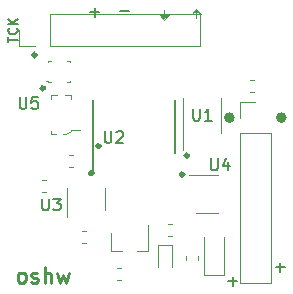
<source format=gbr>
%TF.GenerationSoftware,KiCad,Pcbnew,(5.1.6)-1*%
%TF.CreationDate,2021-08-06T10:58:56-04:00*%
%TF.ProjectId,RemoteTemp - MSP430 - RS422,52656d6f-7465-4546-956d-70202d204d53,rev?*%
%TF.SameCoordinates,Original*%
%TF.FileFunction,Legend,Top*%
%TF.FilePolarity,Positive*%
%FSLAX46Y46*%
G04 Gerber Fmt 4.6, Leading zero omitted, Abs format (unit mm)*
G04 Created by KiCad (PCBNEW (5.1.6)-1) date 2021-08-06 10:58:56*
%MOMM*%
%LPD*%
G01*
G04 APERTURE LIST*
%ADD10C,0.500000*%
%ADD11C,0.300000*%
%ADD12C,0.180000*%
%ADD13C,0.280000*%
%ADD14C,0.120000*%
%ADD15C,0.100000*%
%ADD16C,0.150000*%
G04 APERTURE END LIST*
D10*
X151300000Y-92400000D02*
G75*
G03*
X151300000Y-92400000I-200000J0D01*
G01*
X155700000Y-92400000D02*
G75*
G03*
X155700000Y-92400000I-200000J0D01*
G01*
D11*
X135441421Y-89900000D02*
G75*
G03*
X135441421Y-89900000I-141421J0D01*
G01*
X139541421Y-97100000D02*
G75*
G03*
X139541421Y-97100000I-141421J0D01*
G01*
X140141421Y-94800000D02*
G75*
G03*
X140141421Y-94800000I-141421J0D01*
G01*
X147641421Y-95600000D02*
G75*
G03*
X147641421Y-95600000I-141421J0D01*
G01*
D12*
X151019047Y-106271428D02*
X151780952Y-106271428D01*
X151400000Y-106652380D02*
X151400000Y-105890476D01*
D13*
X133411904Y-106388095D02*
X133288095Y-106326190D01*
X133226190Y-106264285D01*
X133164285Y-106140476D01*
X133164285Y-105769047D01*
X133226190Y-105645238D01*
X133288095Y-105583333D01*
X133411904Y-105521428D01*
X133597619Y-105521428D01*
X133721428Y-105583333D01*
X133783333Y-105645238D01*
X133845238Y-105769047D01*
X133845238Y-106140476D01*
X133783333Y-106264285D01*
X133721428Y-106326190D01*
X133597619Y-106388095D01*
X133411904Y-106388095D01*
X134340476Y-106326190D02*
X134464285Y-106388095D01*
X134711904Y-106388095D01*
X134835714Y-106326190D01*
X134897619Y-106202380D01*
X134897619Y-106140476D01*
X134835714Y-106016666D01*
X134711904Y-105954761D01*
X134526190Y-105954761D01*
X134402380Y-105892857D01*
X134340476Y-105769047D01*
X134340476Y-105707142D01*
X134402380Y-105583333D01*
X134526190Y-105521428D01*
X134711904Y-105521428D01*
X134835714Y-105583333D01*
X135454761Y-106388095D02*
X135454761Y-105088095D01*
X136011904Y-106388095D02*
X136011904Y-105707142D01*
X135950000Y-105583333D01*
X135826190Y-105521428D01*
X135640476Y-105521428D01*
X135516666Y-105583333D01*
X135454761Y-105645238D01*
X136507142Y-105521428D02*
X136754761Y-106388095D01*
X137002380Y-105769047D01*
X137250000Y-106388095D01*
X137497619Y-105521428D01*
D11*
X147241421Y-97200000D02*
G75*
G03*
X147241421Y-97200000I-141421J0D01*
G01*
D14*
X145600000Y-83900000D02*
X145700000Y-83800000D01*
X145500000Y-83800000D02*
X145600000Y-83900000D01*
X145600000Y-84000000D02*
X145500000Y-83800000D01*
X145800000Y-83800000D02*
X145600000Y-84000000D01*
X145200000Y-83700000D02*
X145800000Y-83800000D01*
X145200000Y-83700000D02*
X145600000Y-84100000D01*
X145600000Y-83700000D02*
X145600000Y-83300000D01*
X146000000Y-83700000D02*
X145600000Y-84100000D01*
X145300000Y-83700000D02*
X146000000Y-83700000D01*
X145600000Y-84100000D02*
X145300000Y-83700000D01*
X148100000Y-83500000D02*
X148200000Y-83400000D01*
X148500000Y-83500000D02*
X148100000Y-83500000D01*
X148400000Y-83500000D02*
X148500000Y-83500000D01*
X148400000Y-83400000D02*
X148400000Y-83500000D01*
X148700000Y-83600000D02*
X148300000Y-83200000D01*
X148600000Y-83600000D02*
X148700000Y-83600000D01*
X148600000Y-83600000D02*
X148300000Y-83200000D01*
X147900000Y-83600000D02*
X148600000Y-83600000D01*
X148300000Y-83200000D02*
X147900000Y-83600000D01*
X148300000Y-84000000D02*
X148300000Y-83200000D01*
D12*
X155019047Y-105071428D02*
X155780952Y-105071428D01*
X155400000Y-105452380D02*
X155400000Y-104690476D01*
X141819047Y-83371428D02*
X142580952Y-83371428D01*
X139319047Y-83471428D02*
X140080952Y-83471428D01*
X139700000Y-83852380D02*
X139700000Y-83090476D01*
X132361904Y-86028571D02*
X132361904Y-85571428D01*
X133161904Y-85800000D02*
X132361904Y-85800000D01*
X133085714Y-84847619D02*
X133123809Y-84885714D01*
X133161904Y-85000000D01*
X133161904Y-85076190D01*
X133123809Y-85190476D01*
X133047619Y-85266666D01*
X132971428Y-85304761D01*
X132819047Y-85342857D01*
X132704761Y-85342857D01*
X132552380Y-85304761D01*
X132476190Y-85266666D01*
X132400000Y-85190476D01*
X132361904Y-85076190D01*
X132361904Y-85000000D01*
X132400000Y-84885714D01*
X132438095Y-84847619D01*
X133161904Y-84504761D02*
X132361904Y-84504761D01*
X133161904Y-84047619D02*
X132704761Y-84390476D01*
X132361904Y-84047619D02*
X132819047Y-84504761D01*
D11*
X134741421Y-87100000D02*
G75*
G03*
X134741421Y-87100000I-141421J0D01*
G01*
D14*
%TO.C,C5*%
X138624721Y-102040000D02*
X138950279Y-102040000D01*
X138624721Y-103060000D02*
X138950279Y-103060000D01*
%TO.C,C6*%
X135575279Y-98710000D02*
X135249721Y-98710000D01*
X135575279Y-97690000D02*
X135249721Y-97690000D01*
%TO.C,C8*%
X152824721Y-90210000D02*
X153150279Y-90210000D01*
X152824721Y-89190000D02*
X153150279Y-89190000D01*
%TO.C,D1*%
X145050000Y-105050000D02*
X145050000Y-103200000D01*
X146250000Y-105050000D02*
X146250000Y-103200000D01*
X146250000Y-103200000D02*
X145050000Y-103200000D01*
%TO.C,U1*%
X147190000Y-92200000D02*
X147190000Y-95125000D01*
X147190000Y-92200000D02*
X147190000Y-90700000D01*
X150410000Y-92200000D02*
X150410000Y-93700000D01*
X150410000Y-92200000D02*
X150410000Y-90700000D01*
%TO.C,U3*%
X140560000Y-100200000D02*
X140560000Y-98400000D01*
X137340000Y-98400000D02*
X137340000Y-100850000D01*
%TO.C,C11*%
X148410000Y-104425279D02*
X148410000Y-104099721D01*
X147390000Y-104425279D02*
X147390000Y-104099721D01*
%TO.C,C12*%
X137875279Y-95590000D02*
X137549721Y-95590000D01*
X137875279Y-96610000D02*
X137549721Y-96610000D01*
D15*
%TO.C,D3*%
X137575000Y-87675000D02*
X137575000Y-87575000D01*
X137575000Y-87575000D02*
X137375000Y-87575000D01*
X137575000Y-89275000D02*
X137575000Y-89375000D01*
X137575000Y-89375000D02*
X137375000Y-89375000D01*
X135775000Y-89275000D02*
X135575000Y-89275000D01*
X135775000Y-89275000D02*
X135775000Y-89375000D01*
X135775000Y-89375000D02*
X135975000Y-89375000D01*
X135775000Y-87675000D02*
X135775000Y-87575000D01*
X135775000Y-87575000D02*
X135975000Y-87575000D01*
D16*
%TO.C,U2*%
X146475000Y-95375000D02*
X146475000Y-90925000D01*
X139575000Y-96900000D02*
X139575000Y-90925000D01*
D14*
%TO.C,C14*%
X145874721Y-101390000D02*
X146200279Y-101390000D01*
X145874721Y-102410000D02*
X146200279Y-102410000D01*
%TO.C,Q1*%
X141070000Y-103660000D02*
X142000000Y-103660000D01*
X144230000Y-103660000D02*
X143300000Y-103660000D01*
X144230000Y-103660000D02*
X144230000Y-101500000D01*
X141070000Y-103660000D02*
X141070000Y-102200000D01*
%TO.C,J1*%
X151970000Y-91070000D02*
X153300000Y-91070000D01*
X151970000Y-92400000D02*
X151970000Y-91070000D01*
X151970000Y-93670000D02*
X154630000Y-93670000D01*
X154630000Y-93670000D02*
X154630000Y-106430000D01*
X151970000Y-93670000D02*
X151970000Y-106430000D01*
X151970000Y-106430000D02*
X154630000Y-106430000D01*
%TO.C,R3*%
X141603733Y-106160000D02*
X141946267Y-106160000D01*
X141603733Y-105140000D02*
X141946267Y-105140000D01*
%TO.C,U4*%
X150100000Y-97240000D02*
X147650000Y-97240000D01*
X148300000Y-100460000D02*
X150100000Y-100460000D01*
D15*
%TO.C,U5*%
X136025000Y-93800000D02*
X136025000Y-93500000D01*
X136400000Y-93800000D02*
X136025000Y-93800000D01*
X136025000Y-90500000D02*
X136475000Y-90500000D01*
X136025000Y-90800000D02*
X136025000Y-90500000D01*
X136025000Y-90725000D02*
X136025000Y-90850000D01*
X137675000Y-90500000D02*
X137675000Y-90850000D01*
X137200000Y-90500000D02*
X137675000Y-90500000D01*
X137675000Y-93475000D02*
X138450000Y-93475000D01*
X137675000Y-93525000D02*
X137675000Y-93475000D01*
X137300000Y-93800000D02*
X137675000Y-93525000D01*
X137025000Y-93800000D02*
X137300000Y-93800000D01*
D14*
%TO.C,D2*%
X148950000Y-105700000D02*
X148950000Y-102550000D01*
X150650000Y-105700000D02*
X150650000Y-102550000D01*
X148950000Y-105700000D02*
X150650000Y-105700000D01*
%TO.C,J2*%
X133290000Y-86330000D02*
X133290000Y-85000000D01*
X134620000Y-86330000D02*
X133290000Y-86330000D01*
X135890000Y-86330000D02*
X135890000Y-83670000D01*
X135890000Y-83670000D02*
X148650000Y-83670000D01*
X135890000Y-86330000D02*
X148650000Y-86330000D01*
X148650000Y-86330000D02*
X148650000Y-83670000D01*
%TO.C,U1*%
D16*
X148038095Y-91652380D02*
X148038095Y-92461904D01*
X148085714Y-92557142D01*
X148133333Y-92604761D01*
X148228571Y-92652380D01*
X148419047Y-92652380D01*
X148514285Y-92604761D01*
X148561904Y-92557142D01*
X148609523Y-92461904D01*
X148609523Y-91652380D01*
X149609523Y-92652380D02*
X149038095Y-92652380D01*
X149323809Y-92652380D02*
X149323809Y-91652380D01*
X149228571Y-91795238D01*
X149133333Y-91890476D01*
X149038095Y-91938095D01*
%TO.C,U3*%
X135238095Y-99252380D02*
X135238095Y-100061904D01*
X135285714Y-100157142D01*
X135333333Y-100204761D01*
X135428571Y-100252380D01*
X135619047Y-100252380D01*
X135714285Y-100204761D01*
X135761904Y-100157142D01*
X135809523Y-100061904D01*
X135809523Y-99252380D01*
X136190476Y-99252380D02*
X136809523Y-99252380D01*
X136476190Y-99633333D01*
X136619047Y-99633333D01*
X136714285Y-99680952D01*
X136761904Y-99728571D01*
X136809523Y-99823809D01*
X136809523Y-100061904D01*
X136761904Y-100157142D01*
X136714285Y-100204761D01*
X136619047Y-100252380D01*
X136333333Y-100252380D01*
X136238095Y-100204761D01*
X136190476Y-100157142D01*
%TO.C,U2*%
X140538095Y-93552380D02*
X140538095Y-94361904D01*
X140585714Y-94457142D01*
X140633333Y-94504761D01*
X140728571Y-94552380D01*
X140919047Y-94552380D01*
X141014285Y-94504761D01*
X141061904Y-94457142D01*
X141109523Y-94361904D01*
X141109523Y-93552380D01*
X141538095Y-93647619D02*
X141585714Y-93600000D01*
X141680952Y-93552380D01*
X141919047Y-93552380D01*
X142014285Y-93600000D01*
X142061904Y-93647619D01*
X142109523Y-93742857D01*
X142109523Y-93838095D01*
X142061904Y-93980952D01*
X141490476Y-94552380D01*
X142109523Y-94552380D01*
%TO.C,U4*%
X149538095Y-95852380D02*
X149538095Y-96661904D01*
X149585714Y-96757142D01*
X149633333Y-96804761D01*
X149728571Y-96852380D01*
X149919047Y-96852380D01*
X150014285Y-96804761D01*
X150061904Y-96757142D01*
X150109523Y-96661904D01*
X150109523Y-95852380D01*
X151014285Y-96185714D02*
X151014285Y-96852380D01*
X150776190Y-95804761D02*
X150538095Y-96519047D01*
X151157142Y-96519047D01*
%TO.C,U5*%
X133338095Y-90652380D02*
X133338095Y-91461904D01*
X133385714Y-91557142D01*
X133433333Y-91604761D01*
X133528571Y-91652380D01*
X133719047Y-91652380D01*
X133814285Y-91604761D01*
X133861904Y-91557142D01*
X133909523Y-91461904D01*
X133909523Y-90652380D01*
X134861904Y-90652380D02*
X134385714Y-90652380D01*
X134338095Y-91128571D01*
X134385714Y-91080952D01*
X134480952Y-91033333D01*
X134719047Y-91033333D01*
X134814285Y-91080952D01*
X134861904Y-91128571D01*
X134909523Y-91223809D01*
X134909523Y-91461904D01*
X134861904Y-91557142D01*
X134814285Y-91604761D01*
X134719047Y-91652380D01*
X134480952Y-91652380D01*
X134385714Y-91604761D01*
X134338095Y-91557142D01*
%TD*%
M02*

</source>
